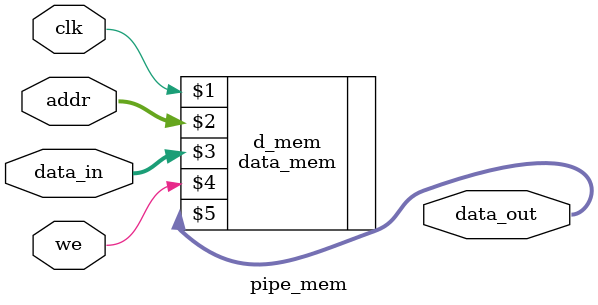
<source format=v>
`timescale 1ns / 1ps


module pipe_mem #(parameter WIDTH=32, ADDR=32)(
    input clk,
    input [ADDR-1:0] addr,
    input [WIDTH-1:0] data_in,      // data in (to mem)
    input we,                       // 存储器写信号
    output [WIDTH-1:0] data_out);   // data out (from mem)

    data_mem#(WIDTH,ADDR) d_mem(clk,addr,data_in,we,data_out);
endmodule
</source>
